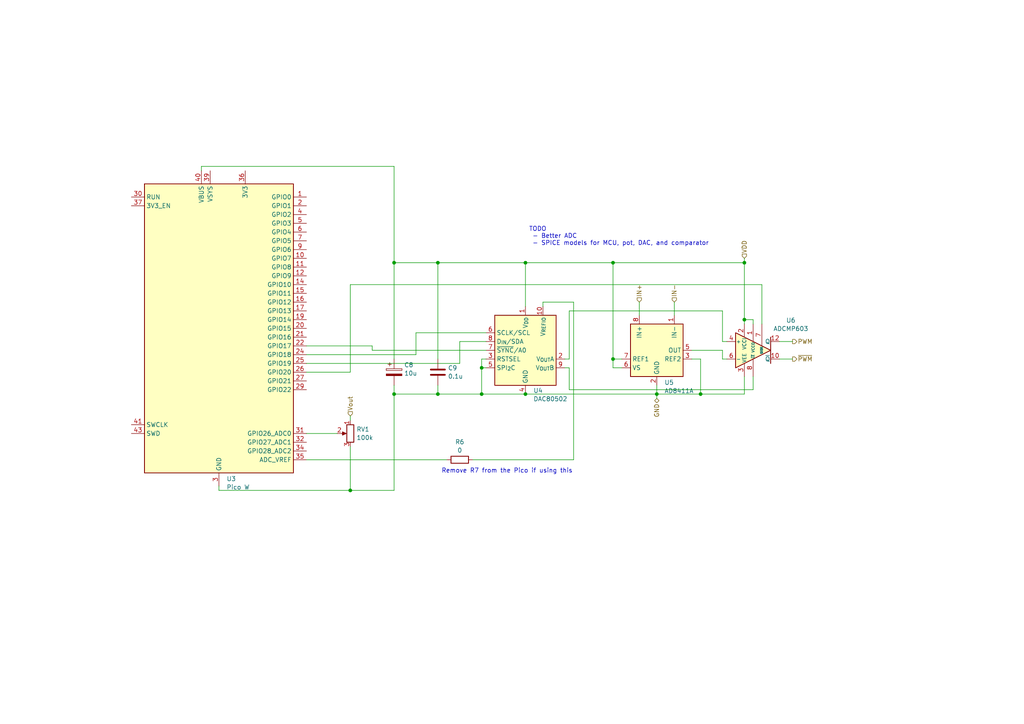
<source format=kicad_sch>
(kicad_sch (version 20240819) (generator "eeschema") (generator_version "8.99")
  (paper "A4")
  (lib_symbols
    (symbol "Amplifier_Current:AD8417"
      (property "Reference" "U" (at -7.62 10.795 0))
      (property "Value" "AD8417" (at -7.62 8.89 0))
      (symbol "AD8417_0_1"
        (rectangle (start -7.62 7.62) (end 7.62 -7.62) (stroke (width 0.254)) (fill (type background)))
      )
      (symbol "AD8417_1_1"
        (pin input line (at -10.16 -2.54 0) (length 2.54) (name "REF1") (number "7"))
        (pin power_in line (at -10.16 -5.08 0) (length 2.54) (name "VS") (number "6"))
        (pin input line (at -5.08 10.16 270) (length 2.54) (name "IN+") (number "8"))
        (pin power_in line (at 0 -10.16 90) (length 2.54) (name "GND") (number "2"))
        (pin no_connect line (at 2.54 -7.62 90) (length 2.54) hide (name "NC") (number "4"))
        (pin input line (at 5.08 10.16 270) (length 2.54) (name "IN-") (number "1"))
        (pin output line (at 10.16 0 180) (length 2.54) (name "OUT") (number "5"))
        (pin input line (at 10.16 -2.54 180) (length 2.54) (name "REF2") (number "3"))
      )
    )
    (symbol "Analog_DAC:DAC8552"
      (property "Reference" "U6" (at 2.286 -11.684 0))
      (property "Value" "DAC80502" (at 2.286 -14.1083 0))
      (symbol "DAC8552_0_1"
        (rectangle (start -8.89 10.16) (end 8.89 -10.16) (stroke (width 0.254)) (fill (type background)))
      )
      (symbol "DAC8552_1_1"
        (pin input line (at -11.43 5.08 0) (length 2.54) (name "SCLK/SCL") (number "6"))
        (pin input line (at -11.43 2.54 0) (length 2.54) (name "D_{IN}/SDA") (number "8"))
        (pin input line (at -11.43 0 0) (length 2.54) (name "~{SYNC}/A0") (number "7"))
        (pin input line (at -11.43 -2.54 0) (length 2.54) (name "RSTSEL") (number "3"))
        (pin input line (at -11.43 -5.08 0) (length 2.54) (name "SPI_{2}C") (number "5"))
        (pin power_in line (at 0 12.7 270) (length 2.54) (name "V_{DD}") (number "1"))
        (pin power_in line (at 0 -12.7 90) (length 2.54) (name "GND") (number "4"))
        (pin bidirectional line (at 5.08 12.7 270) (length 2.54) (name "V_{REFIO}") (number "10"))
        (pin output line (at 11.43 -2.54 180) (length 2.54) (name "V_{OUT}A") (number "2"))
        (pin output line (at 11.43 -5.08 180) (length 2.54) (name "V_{OUT}B") (number "9"))
      )
    )
    (symbol "Comparator:LTC6754xUD" (pin_names (offset 0.127))
      (property "Reference" "U" (at 1.27 -7.62 0))
      (property "Value" "LTC6754xUD" (at 1.27 -5.08 0))
      (symbol "LTC6754xUD_0_1"
        (polyline (pts (xy 5.08 3.81) (xy 5.08 0) (xy -5.08 5.08) (xy -5.08 -5.08) (xy 5.08 0) (xy 5.08 -3.81)) (stroke (width 0.254)) (fill (type background)))
      )
      (symbol "LTC6754xUD_1_1"
        (pin input line (at -7.62 2.54 0) (length 2.54) (name "+") (number "4"))
        (pin input line (at -7.62 -2.54 0) (length 2.54) (name "-") (number "6"))
        (pin no_connect line (at -5.08 0 0) (length 2.54) hide (name "NC") (number "5"))
        (pin power_in line (at -2.54 7.62 270) (length 3.81) (name "VCCI") (number "2"))
        (pin passive line (at -2.54 -7.62 90) (length 3.81) hide (name "VEE") (number "13"))
        (pin power_in line (at -2.54 -7.62 90) (length 3.81) (name "VEE") (number "3"))
        (pin passive line (at -2.54 -7.62 90) (length 3.81) hide (name "VEE") (number "9"))
        (pin power_in line (at 0 7.62 270) (length 5.08) (name "VCCO") (number "1"))
        (pin input line (at 0 -7.62 90) (length 5.08) (name "~{LE}") (number "8"))
        (pin input line (at 2.54 7.62 270) (length 6.35) (name "~{SHDN}") (number "7"))
        (pin no_connect line (at 5.08 0 180) (length 2.54) hide (name "NC") (number "11"))
        (pin output line (at 7.62 2.54 180) (length 2.54) (name "Q") (number "12"))
        (pin output line (at 7.62 -2.54 180) (length 2.54) (name "~{Q}") (number "10"))
      )
    )
    (symbol "Device:C" (pin_numbers hide) (pin_names (offset 0.254))
      (property "Reference" "C" (at 0.635 2.54 0))
      (property "Value" "C" (at 0.635 -2.54 0))
      (symbol "C_0_1"
        (polyline (pts (xy -2.032 0.762) (xy 2.032 0.762)) (stroke (width 0.508)))
        (polyline (pts (xy -2.032 -0.762) (xy 2.032 -0.762)) (stroke (width 0.508)))
      )
      (symbol "C_1_1"
        (pin passive line (at 0 3.81 270) (length 2.794) (name "~") (number "1"))
        (pin passive line (at 0 -3.81 90) (length 2.794) (name "~") (number "2"))
      )
    )
    (symbol "Device:C_Polarized" (pin_numbers hide) (pin_names (offset 0.254))
      (property "Reference" "C" (at 0.635 2.54 0))
      (property "Value" "C_Polarized" (at 0.635 -2.54 0))
      (symbol "C_Polarized_0_1"
        (rectangle (start -2.286 0.508) (end 2.286 1.016))
        (polyline (pts (xy -1.778 2.286) (xy -0.762 2.286)))
        (polyline (pts (xy -1.27 2.794) (xy -1.27 1.778)))
        (rectangle (start 2.286 -0.508) (end -2.286 -1.016) (fill (type outline)))
      )
      (symbol "C_Polarized_1_1"
        (pin passive line (at 0 3.81 270) (length 2.794) (name "~") (number "1"))
        (pin passive line (at 0 -3.81 90) (length 2.794) (name "~") (number "2"))
      )
    )
    (symbol "Device:R" (pin_numbers hide) (pin_names (offset 0))
      (property "Reference" "R" (at 2.032 0 90))
      (property "Value" "R" (at 0 0 90))
      (symbol "R_0_1"
        (rectangle (start -1.016 -2.54) (end 1.016 2.54) (stroke (width 0.254)))
      )
      (symbol "R_1_1"
        (pin passive line (at 0 3.81 270) (length 1.27) (name "~") (number "1"))
        (pin passive line (at 0 -3.81 90) (length 1.27) (name "~") (number "2"))
      )
    )
    (symbol "Device:R_Potentiometer" (pin_names (offset 1.016) hide)
      (property "Reference" "RV" (at -4.445 0 90))
      (property "Value" "R_Potentiometer" (at -2.54 0 90))
      (symbol "R_Potentiometer_0_1"
        (rectangle (start 1.016 2.54) (end -1.016 -2.54) (stroke (width 0.254)))
        (polyline (pts (xy 1.143 0) (xy 2.286 0.508) (xy 2.286 -0.508) (xy 1.143 0)) (fill (type outline)))
        (polyline (pts (xy 2.54 0) (xy 1.524 0)))
      )
      (symbol "R_Potentiometer_1_1"
        (pin passive line (at 0 3.81 270) (length 1.27) (name "1") (number "1"))
        (pin passive line (at 0 -3.81 90) (length 1.27) (name "3") (number "3"))
        (pin passive line (at 3.81 0 180) (length 1.27) (name "2") (number "2"))
      )
    )
    (symbol "MCU_RaspberryPi:RP2040"
      (property "Reference" "U5" (at 2.1941 -43.6301 0))
      (property "Value" "Pico W" (at 2.1941 -46.0544 0))
      (symbol "RP2040_0_1"
        (rectangle (start -21.59 41.91) (end 21.59 -41.91) (stroke (width 0.254)) (fill (type background)))
      )
      (symbol "RP2040_1_1"
        (pin input line (at -25.4 38.1 0) (length 3.81) (name "RUN") (number "30"))
        (pin power_in line (at -25.4 35.56 0) (length 3.81) (name "3V3_EN") (number "37"))
        (pin input line (at -25.4 -27.94 0) (length 3.81) (name "SWCLK") (number "41"))
        (pin bidirectional line (at -25.4 -30.48 0) (length 3.81) (name "SWD") (number "43"))
        (pin power_in line (at -5.08 45.72 270) (length 3.81) (name "VBUS") (number "40"))
        (pin power_in line (at -2.54 45.72 270) (length 3.81) (name "VSYS") (number "39"))
        (pin power_in line (at 0 -45.72 90) (length 3.81) hide (name "GND") (number "13"))
        (pin power_in line (at 0 -45.72 90) (length 3.81) hide (name "GND") (number "18"))
        (pin power_in line (at 0 -45.72 90) (length 3.81) hide (name "GND") (number "23"))
        (pin power_in line (at 0 -45.72 90) (length 3.81) hide (name "GND") (number "28"))
        (pin power_in line (at 0 -45.72 90) (length 3.81) (name "GND") (number "3"))
        (pin power_in line (at 0 -45.72 90) (length 3.81) hide (name "GND") (number "33"))
        (pin power_in line (at 0 -45.72 90) (length 3.81) hide (name "GND") (number "38"))
        (pin power_in line (at 0 -45.72 90) (length 3.81) hide (name "GND") (number "42"))
        (pin power_in line (at 0 -45.72 90) (length 3.81) hide (name "GND") (number "8"))
        (pin power_out line (at 7.62 45.72 270) (length 3.81) (name "3V3") (number "36"))
        (pin bidirectional line (at 25.4 38.1 180) (length 3.81) (name "GPIO0") (number "1"))
        (pin bidirectional line (at 25.4 35.56 180) (length 3.81) (name "GPIO1") (number "2"))
        (pin bidirectional line (at 25.4 33.02 180) (length 3.81) (name "GPIO2") (number "4"))
        (pin bidirectional line (at 25.4 30.48 180) (length 3.81) (name "GPIO3") (number "5"))
        (pin bidirectional line (at 25.4 27.94 180) (length 3.81) (name "GPIO4") (number "6"))
        (pin bidirectional line (at 25.4 25.4 180) (length 3.81) (name "GPIO5") (number "7"))
        (pin bidirectional line (at 25.4 22.86 180) (length 3.81) (name "GPIO6") (number "9"))
        (pin bidirectional line (at 25.4 20.32 180) (length 3.81) (name "GPIO7") (number "10"))
        (pin bidirectional line (at 25.4 17.78 180) (length 3.81) (name "GPIO8") (number "11"))
        (pin bidirectional line (at 25.4 15.24 180) (length 3.81) (name "GPIO9") (number "12"))
        (pin bidirectional line (at 25.4 12.7 180) (length 3.81) (name "GPIO10") (number "14"))
        (pin bidirectional line (at 25.4 10.16 180) (length 3.81) (name "GPIO11") (number "15"))
        (pin bidirectional line (at 25.4 7.62 180) (length 3.81) (name "GPIO12") (number "16"))
        (pin bidirectional line (at 25.4 5.08 180) (length 3.81) (name "GPIO13") (number "17"))
        (pin bidirectional line (at 25.4 2.54 180) (length 3.81) (name "GPIO14") (number "19"))
        (pin bidirectional line (at 25.4 0 180) (length 3.81) (name "GPIO15") (number "20"))
        (pin bidirectional line (at 25.4 -2.54 180) (length 3.81) (name "GPIO16") (number "21"))
        (pin bidirectional line (at 25.4 -5.08 180) (length 3.81) (name "GPIO17") (number "22"))
        (pin bidirectional line (at 25.4 -7.62 180) (length 3.81) (name "GPIO18") (number "24"))
        (pin bidirectional line (at 25.4 -10.16 180) (length 3.81) (name "GPIO19") (number "25"))
        (pin bidirectional line (at 25.4 -12.7 180) (length 3.81) (name "GPIO20") (number "26"))
        (pin bidirectional line (at 25.4 -15.24 180) (length 3.81) (name "GPIO21") (number "27"))
        (pin bidirectional line (at 25.4 -17.78 180) (length 3.81) (name "GPIO22") (number "29"))
        (pin bidirectional line (at 25.4 -30.48 180) (length 3.81) (name "GPIO26_ADC0") (number "31"))
        (pin bidirectional line (at 25.4 -33.02 180) (length 3.81) (name "GPIO27_ADC1") (number "32"))
        (pin bidirectional line (at 25.4 -35.56 180) (length 3.81) (name "GPIO28_ADC2") (number "34"))
        (pin bidirectional line (at 25.4 -38.1 180) (length 3.81) (name "ADC_VREF") (number "35"))
      )
    )
  )
  (text "Remove R7 from the Pico if using this" (at 147.066 136.652 0) (effects (font (size 1.27 1.27))))
  (text "TODO\n - Better ADC\n - SPICE models for MCU, pot, DAC, and comparator" (at 153.416 68.58 0) (effects (font (size 1.27 1.27)) (justify left)))
  (junction (at 152.4 114.3))
  (junction (at 127 114.3))
  (junction (at 215.9 76.2))
  (junction (at 139.7 106.68))
  (junction (at 177.8 104.14))
  (junction (at 127 76.2))
  (junction (at 203.2 114.3))
  (junction (at 101.6 142.24))
  (junction (at 139.7 114.3))
  (junction (at 114.3 114.3))
  (junction (at 177.8 76.2))
  (junction (at 190.5 114.3))
  (junction (at 114.3 76.2))
  (junction (at 215.9 92.71))
  (junction (at 152.4 76.2))
  (wire (pts (xy 190.5 114.3) (xy 190.5 115.57)))
  (wire (pts (xy 177.8 106.68) (xy 180.34 106.68)))
  (wire (pts (xy 127 114.3) (xy 139.7 114.3)))
  (wire (pts (xy 210.82 99.06) (xy 209.55 99.06)))
  (wire (pts (xy 152.4 76.2) (xy 177.8 76.2)))
  (wire (pts (xy 177.8 76.2) (xy 215.9 76.2)))
  (wire (pts (xy 210.82 104.14) (xy 209.55 104.14)))
  (wire (pts (xy 165.1 106.68) (xy 163.83 106.68)))
  (wire (pts (xy 88.9 107.95) (xy 101.6 107.95)))
  (wire (pts (xy 226.06 104.14) (xy 229.87 104.14)))
  (wire (pts (xy 114.3 142.24) (xy 114.3 114.3)))
  (wire (pts (xy 165.1 104.14) (xy 165.1 90.17)))
  (wire (pts (xy 165.1 113.03) (xy 165.1 106.68)))
  (wire (pts (xy 127 76.2) (xy 127 104.14)))
  (wire (pts (xy 107.95 101.6) (xy 140.97 101.6)))
  (wire (pts (xy 203.2 104.14) (xy 203.2 114.3)))
  (wire (pts (xy 88.9 100.33) (xy 107.95 100.33)))
  (wire (pts (xy 218.44 92.71) (xy 218.44 93.98)))
  (wire (pts (xy 139.7 106.68) (xy 140.97 106.68)))
  (wire (pts (xy 215.9 92.71) (xy 215.9 93.98)))
  (wire (pts (xy 203.2 114.3) (xy 215.9 114.3)))
  (wire (pts (xy 152.4 114.3) (xy 190.5 114.3)))
  (wire (pts (xy 140.97 104.14) (xy 139.7 104.14)))
  (wire (pts (xy 120.65 96.52) (xy 140.97 96.52)))
  (wire (pts (xy 101.6 142.24) (xy 114.3 142.24)))
  (wire (pts (xy 215.9 92.71) (xy 218.44 92.71)))
  (wire (pts (xy 218.44 109.22) (xy 218.44 113.03)))
  (wire (pts (xy 200.66 104.14) (xy 203.2 104.14)))
  (wire (pts (xy 180.34 104.14) (xy 177.8 104.14)))
  (wire (pts (xy 209.55 104.14) (xy 209.55 101.6)))
  (wire (pts (xy 209.55 101.6) (xy 200.66 101.6)))
  (wire (pts (xy 120.65 102.87) (xy 120.65 96.52)))
  (wire (pts (xy 58.42 48.26) (xy 58.42 49.53)))
  (wire (pts (xy 101.6 82.55) (xy 220.98 82.55)))
  (wire (pts (xy 88.9 102.87) (xy 120.65 102.87)))
  (wire (pts (xy 177.8 76.2) (xy 177.8 104.14)))
  (wire (pts (xy 88.9 125.73) (xy 97.79 125.73)))
  (wire (pts (xy 101.6 120.65) (xy 101.6 121.92)))
  (wire (pts (xy 63.5 140.97) (xy 63.5 142.24)))
  (wire (pts (xy 114.3 76.2) (xy 114.3 104.14)))
  (wire (pts (xy 101.6 107.95) (xy 101.6 82.55)))
  (wire (pts (xy 139.7 114.3) (xy 152.4 114.3)))
  (wire (pts (xy 139.7 104.14) (xy 139.7 106.68)))
  (wire (pts (xy 107.95 100.33) (xy 107.95 101.6)))
  (wire (pts (xy 88.9 133.35) (xy 129.54 133.35)))
  (wire (pts (xy 114.3 76.2) (xy 127 76.2)))
  (wire (pts (xy 226.06 99.06) (xy 229.87 99.06)))
  (wire (pts (xy 185.42 87.63) (xy 185.42 91.44)))
  (wire (pts (xy 114.3 114.3) (xy 127 114.3)))
  (wire (pts (xy 218.44 113.03) (xy 165.1 113.03)))
  (wire (pts (xy 190.5 114.3) (xy 203.2 114.3)))
  (wire (pts (xy 177.8 104.14) (xy 177.8 106.68)))
  (wire (pts (xy 215.9 114.3) (xy 215.9 109.22)))
  (wire (pts (xy 209.55 99.06) (xy 209.55 90.17)))
  (wire (pts (xy 166.37 87.63) (xy 157.48 87.63)))
  (wire (pts (xy 157.48 87.63) (xy 157.48 88.9)))
  (wire (pts (xy 88.9 105.41) (xy 133.35 105.41)))
  (wire (pts (xy 114.3 114.3) (xy 114.3 111.76)))
  (wire (pts (xy 165.1 90.17) (xy 209.55 90.17)))
  (wire (pts (xy 215.9 76.2) (xy 215.9 92.71)))
  (wire (pts (xy 133.35 99.06) (xy 140.97 99.06)))
  (wire (pts (xy 101.6 129.54) (xy 101.6 142.24)))
  (wire (pts (xy 63.5 142.24) (xy 101.6 142.24)))
  (wire (pts (xy 215.9 74.93) (xy 215.9 76.2)))
  (wire (pts (xy 114.3 48.26) (xy 114.3 76.2)))
  (wire (pts (xy 220.98 82.55) (xy 220.98 93.98)))
  (wire (pts (xy 163.83 104.14) (xy 165.1 104.14)))
  (wire (pts (xy 127 76.2) (xy 152.4 76.2)))
  (wire (pts (xy 58.42 48.26) (xy 114.3 48.26)))
  (wire (pts (xy 139.7 106.68) (xy 139.7 114.3)))
  (wire (pts (xy 166.37 133.35) (xy 166.37 87.63)))
  (wire (pts (xy 190.5 111.76) (xy 190.5 114.3)))
  (wire (pts (xy 127 114.3) (xy 127 111.76)))
  (wire (pts (xy 152.4 88.9) (xy 152.4 76.2)))
  (wire (pts (xy 133.35 105.41) (xy 133.35 99.06)))
  (wire (pts (xy 195.58 87.63) (xy 195.58 91.44)))
  (wire (pts (xy 137.16 133.35) (xy 166.37 133.35)))
  (hierarchical_label "IN-" (shape input) (at 195.58 87.63 90))
  (hierarchical_label "VDD" (shape input) (at 215.9 74.93 90))
  (hierarchical_label "GND" (shape bidirectional) (at 190.5 115.57 270))
  (hierarchical_label "IN+" (shape input) (at 185.42 87.63 90))
  (hierarchical_label "~{PWM}" (shape output) (at 229.87 104.14 0))
  (hierarchical_label "PWM" (shape output) (at 229.87 99.06 0))
  (hierarchical_label "Vout" (shape input) (at 101.6 120.65 90))
  (symbol (lib_id "Device:C_Polarized") (at 114.3 107.95 0) (unit 1)
    (property "Reference" "C8" (at 117.221 105.8488 0) (effects (justify left)))
    (property "Value" "10u" (at 117.221 108.2731 0) (effects (justify left)))
    (property "Description" "Polarized capacitor" (effects (hide yes)))
  )
  (symbol (lib_id "Comparator:LTC6754xUD") (at 218.44 101.6 0) (unit 1)
    (property "Reference" "U6" (at 229.3824 92.915 0))
    (property "Value" "ADCMP603" (at 229.3824 95.3393 0))
    (property "Footprint" "Package_DFN_QFN:QFN-12-1EP_3x3mm_P0.5mm_EP1.65x1.65mm" (effects (hide yes)))
    (property "Datasheet" "https://www.analog.com/media/en/technical-documentation/data-sheets/ADCMP603.pdf" (effects (hide yes)))
    (property "Description" "Rail-to-Rail, Very Fast, 2.5 V to 5.5 V, Single-Supply TTL/CMOS Comparator, QFN-12" (effects (hide yes)))
  )
  (symbol (lib_id "Amplifier_Current:AD8417") (at 190.5 101.6 0) (unit 1)
    (property "Reference" "U5" (at 192.6941 110.9401 0) (effects (justify left)))
    (property "Value" "AD8411A" (at 192.6941 113.3644 0) (effects (justify left)))
    (property "Datasheet" "https://www.analog.com/media/en/technical-documentation/data-sheets/ad8411a.pdf" (effects (hide yes)))
    (property "Description" "70V Bidirectional, PWM Rejection, Current Sense Amplifier, 50V/V gain, bandwidth 2.7MHz, VS=2.7V~5.5V, SOIC-8/MSOP-8" (effects (hide yes)))
    (property "Sim.Library" "ad8411a.cir" (effects (hide yes)))
    (property "Sim.Name" "AD8411A" (effects (hide yes)))
    (property "Sim.Device" "SUBCKT" (effects (hide yes)))
    (property "Sim.Pins" "1=1 2=2 3=3 5=5 6=6 7=7 8=8" (effects (hide yes)))
  )
  (symbol (lib_id "Analog_DAC:DAC8552") (at 152.4 101.6 0) (unit 1)
    (property "Reference" "U4" (at 154.686 113.284 0) (effects (justify left)))
    (property "Value" "DAC80502" (at 154.686 115.7083 0) (effects (justify left)))
    (property "Footprint" "Package_SON:WSON-10-1EP_2.5x2.5mm_P0.5mm_EP1.2x2mm" (effects (hide yes)))
    (property "Datasheet" "https://www.ti.com/lit/ds/symlink/dac80502.pdf" (effects (hide yes)))
    (property "Description" "Digital to analog converter, 16 Bit, 2 ch, 1-LSB INL, precision internal reference, 2.7 - 5.5 VDD, WSON-10" (effects (hide yes)))
  )
  (symbol (lib_id "Device:C") (at 127 107.95 0) (unit 1)
    (property "Reference" "C9" (at 129.921 106.7378 0) (effects (justify left)))
    (property "Value" "0.1u" (at 129.921 109.1621 0) (effects (justify left)))
    (property "Description" "Unpolarized capacitor" (effects (hide yes)))
  )
  (symbol (lib_id "MCU_RaspberryPi:RP2040") (at 63.5 95.25 0) (unit 1)
    (property "Reference" "U3" (at 65.6941 138.8801 0) (effects (justify left)))
    (property "Value" "Pico W" (at 65.6941 141.3044 0) (effects (justify left)))
    (property "Datasheet" "https://datasheets.raspberrypi.com/picow/PicoW-A4-Pinout.pdf" (effects (hide yes)))
    (property "Description" "A microcontroller by Raspberry Pi" (effects (hide yes)))
  )
  (symbol (lib_id "Device:R") (at 133.35 133.35 90) (unit 1)
    (property "Reference" "R6" (at 133.35 128.1895 90))
    (property "Value" "0" (at 133.35 130.6138 90))
    (property "Description" "Resistor" (effects (hide yes)))
  )
  (symbol (lib_id "Device:R_Potentiometer") (at 101.6 125.73 0) (mirror y) (unit 1)
    (property "Reference" "RV1" (at 103.378 124.5178 0) (effects (justify right)))
    (property "Value" "100k" (at 103.378 126.9421 0) (effects (justify right)))
    (property "Description" "Potentiometer" (effects (hide yes)))
  )
)
</source>
